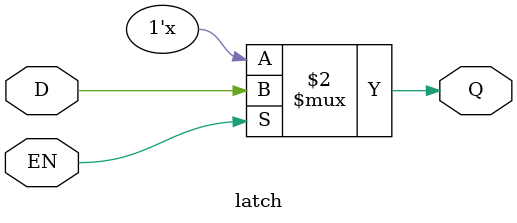
<source format=v>
module d_ff(clk, reset, D, Q, Q_bar);
	input clk, reset, D;
	output reg Q;
	output wire Q_bar;

	assign Q_bar = ~Q;

	always @(reset)
		if(!reset)
			Q <= 0;

	always @(posedge clk) begin
		if(!reset)
			Q <= 0;
		else
			Q <= D;
	end
endmodule

module latch(D, EN, Q);
	input D, EN;
	output reg Q;

	always @(*) begin
		if(EN) Q <= D;
	end
endmodule

</source>
